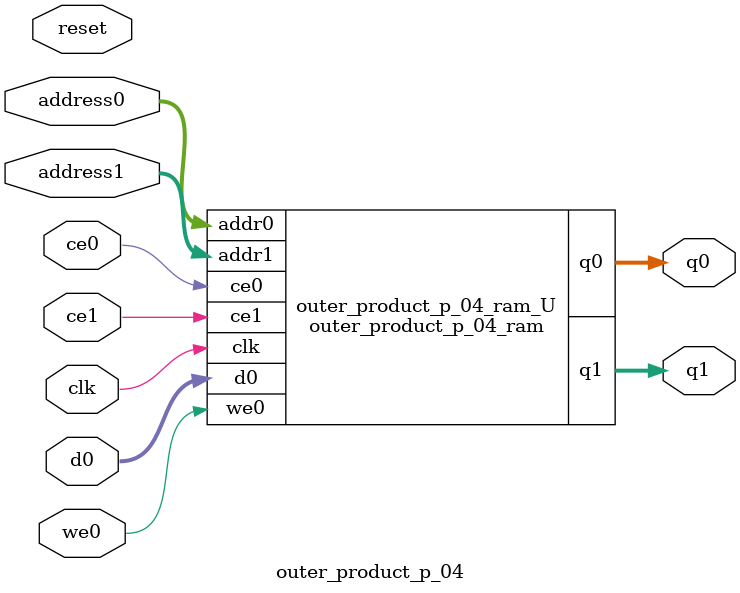
<source format=v>
`timescale 1 ns / 1 ps
module outer_product_p_04_ram (addr0, ce0, d0, we0, q0, addr1, ce1, q1,  clk);

parameter DWIDTH = 32;
parameter AWIDTH = 3;
parameter MEM_SIZE = 5;

input[AWIDTH-1:0] addr0;
input ce0;
input[DWIDTH-1:0] d0;
input we0;
output reg[DWIDTH-1:0] q0;
input[AWIDTH-1:0] addr1;
input ce1;
output reg[DWIDTH-1:0] q1;
input clk;

(* ram_style = "distributed" *)reg [DWIDTH-1:0] ram[0:MEM_SIZE-1];




always @(posedge clk)  
begin 
    if (ce0) 
    begin
        if (we0) 
        begin 
            ram[addr0] <= d0; 
        end 
        q0 <= ram[addr0];
    end
end


always @(posedge clk)  
begin 
    if (ce1) 
    begin
        q1 <= ram[addr1];
    end
end


endmodule

`timescale 1 ns / 1 ps
module outer_product_p_04(
    reset,
    clk,
    address0,
    ce0,
    we0,
    d0,
    q0,
    address1,
    ce1,
    q1);

parameter DataWidth = 32'd32;
parameter AddressRange = 32'd5;
parameter AddressWidth = 32'd3;
input reset;
input clk;
input[AddressWidth - 1:0] address0;
input ce0;
input we0;
input[DataWidth - 1:0] d0;
output[DataWidth - 1:0] q0;
input[AddressWidth - 1:0] address1;
input ce1;
output[DataWidth - 1:0] q1;



outer_product_p_04_ram outer_product_p_04_ram_U(
    .clk( clk ),
    .addr0( address0 ),
    .ce0( ce0 ),
    .we0( we0 ),
    .d0( d0 ),
    .q0( q0 ),
    .addr1( address1 ),
    .ce1( ce1 ),
    .q1( q1 ));

endmodule


</source>
